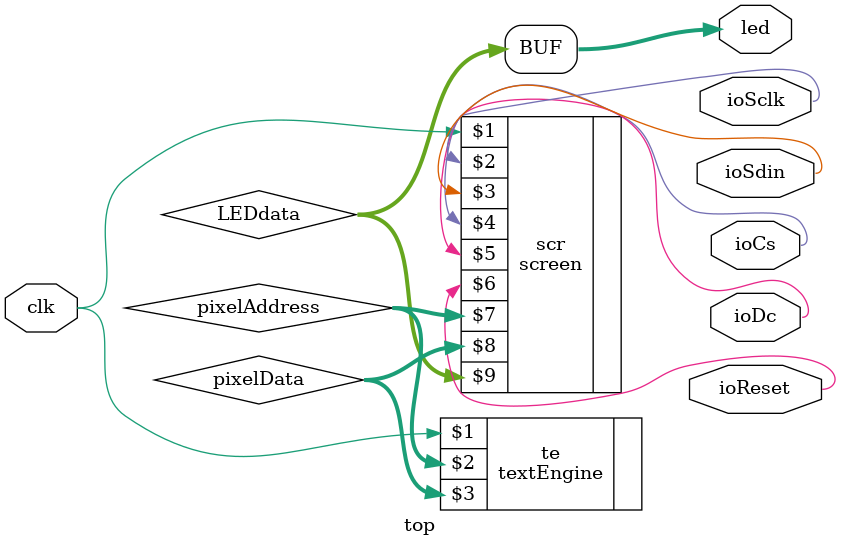
<source format=v>
module top
(
    input clk,
    output ioSclk,
    output ioSdin,
    output ioCs,
    output ioDc,
    output ioReset,
    // LEDs
    output [5:0] led
);
    wire [9:0] pixelAddress;
    wire [7:0] pixelData;
    wire [5:0] LEDdata;

    screen scr(
        clk, 
        ioSclk, 
        ioSdin, 
        ioCs, 
        ioDc, 
        ioReset, 
        pixelAddress,
        pixelData,
        LEDdata
    );

    textEngine te(
        clk,
        pixelAddress,
        pixelData
    );

    assign led = LEDdata;

endmodule
</source>
